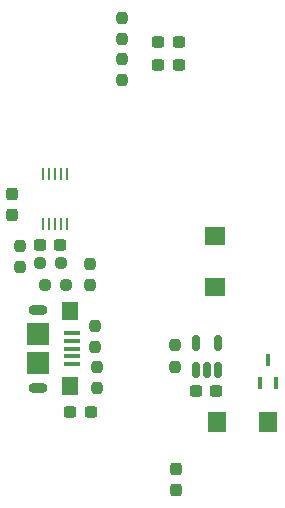
<source format=gbr>
%TF.GenerationSoftware,KiCad,Pcbnew,8.0.5*%
%TF.CreationDate,2025-04-10T23:54:11-07:00*%
%TF.ProjectId,ESP32,45535033-322e-46b6-9963-61645f706362,rev?*%
%TF.SameCoordinates,Original*%
%TF.FileFunction,Paste,Bot*%
%TF.FilePolarity,Positive*%
%FSLAX46Y46*%
G04 Gerber Fmt 4.6, Leading zero omitted, Abs format (unit mm)*
G04 Created by KiCad (PCBNEW 8.0.5) date 2025-04-10 23:54:11*
%MOMM*%
%LPD*%
G01*
G04 APERTURE LIST*
G04 Aperture macros list*
%AMRoundRect*
0 Rectangle with rounded corners*
0 $1 Rounding radius*
0 $2 $3 $4 $5 $6 $7 $8 $9 X,Y pos of 4 corners*
0 Add a 4 corners polygon primitive as box body*
4,1,4,$2,$3,$4,$5,$6,$7,$8,$9,$2,$3,0*
0 Add four circle primitives for the rounded corners*
1,1,$1+$1,$2,$3*
1,1,$1+$1,$4,$5*
1,1,$1+$1,$6,$7*
1,1,$1+$1,$8,$9*
0 Add four rect primitives between the rounded corners*
20,1,$1+$1,$2,$3,$4,$5,0*
20,1,$1+$1,$4,$5,$6,$7,0*
20,1,$1+$1,$6,$7,$8,$9,0*
20,1,$1+$1,$8,$9,$2,$3,0*%
G04 Aperture macros list end*
%ADD10RoundRect,0.237500X-0.300000X-0.237500X0.300000X-0.237500X0.300000X0.237500X-0.300000X0.237500X0*%
%ADD11RoundRect,0.237500X0.237500X-0.250000X0.237500X0.250000X-0.237500X0.250000X-0.237500X-0.250000X0*%
%ADD12RoundRect,0.237500X-0.237500X0.250000X-0.237500X-0.250000X0.237500X-0.250000X0.237500X0.250000X0*%
%ADD13RoundRect,0.237500X0.300000X0.237500X-0.300000X0.237500X-0.300000X-0.237500X0.300000X-0.237500X0*%
%ADD14RoundRect,0.237500X0.237500X-0.300000X0.237500X0.300000X-0.237500X0.300000X-0.237500X-0.300000X0*%
%ADD15RoundRect,0.237500X0.250000X0.237500X-0.250000X0.237500X-0.250000X-0.237500X0.250000X-0.237500X0*%
%ADD16R,0.457200X1.117600*%
%ADD17RoundRect,0.237500X-0.237500X0.300000X-0.237500X-0.300000X0.237500X-0.300000X0.237500X0.300000X0*%
%ADD18O,0.249999X1.150000*%
%ADD19R,1.346200X0.406400*%
%ADD20R,1.397000X1.600200*%
%ADD21R,1.905000X1.905000*%
%ADD22O,1.600200X0.889000*%
%ADD23RoundRect,0.150000X0.150000X-0.512500X0.150000X0.512500X-0.150000X0.512500X-0.150000X-0.512500X0*%
%ADD24R,1.651000X1.574800*%
%ADD25R,1.574800X1.651000*%
G04 APERTURE END LIST*
D10*
%TO.C,C4*%
X124817500Y-112630000D03*
X126542500Y-112630000D03*
%TD*%
%TO.C,C5*%
X124837500Y-114650000D03*
X126562500Y-114650000D03*
%TD*%
D11*
%TO.C,R4*%
X121750000Y-115912500D03*
X121750000Y-114087500D03*
%TD*%
D12*
%TO.C,R5*%
X119030000Y-131445000D03*
X119030000Y-133270000D03*
%TD*%
D11*
%TO.C,R10*%
X113075000Y-131737500D03*
X113075000Y-129912500D03*
%TD*%
%TO.C,R2*%
X121750000Y-112412500D03*
X121750000Y-110587500D03*
%TD*%
D12*
%TO.C,R17*%
X119600000Y-141965000D03*
X119600000Y-140140000D03*
%TD*%
D11*
%TO.C,R18*%
X126244996Y-140155000D03*
X126244996Y-138330000D03*
%TD*%
D13*
%TO.C,C10*%
X116520000Y-129840000D03*
X114795000Y-129840000D03*
%TD*%
D14*
%TO.C,C8*%
X126340000Y-150552500D03*
X126340000Y-148827500D03*
%TD*%
D15*
%TO.C,R8*%
X116612500Y-131400000D03*
X114787500Y-131400000D03*
%TD*%
D11*
%TO.C,R19*%
X119494996Y-138505000D03*
X119494996Y-136680000D03*
%TD*%
D16*
%TO.C,Q1*%
X134750400Y-141530400D03*
X133429600Y-141530400D03*
X134090000Y-139600000D03*
%TD*%
D15*
%TO.C,R1*%
X115217500Y-133250000D03*
X117042500Y-133250000D03*
%TD*%
D17*
%TO.C,C9*%
X112470000Y-127292500D03*
X112470000Y-125567500D03*
%TD*%
D13*
%TO.C,C12*%
X129732500Y-142170000D03*
X128007500Y-142170000D03*
%TD*%
D10*
%TO.C,C13*%
X119112500Y-143980000D03*
X117387500Y-143980000D03*
%TD*%
D18*
%TO.C,U5*%
X117100000Y-123830000D03*
X116600001Y-123830000D03*
X116099999Y-123830000D03*
X115600000Y-123830000D03*
X115099998Y-123830000D03*
X115099998Y-128080000D03*
X115600000Y-128080000D03*
X116099999Y-128080000D03*
X116600001Y-128080000D03*
X117100000Y-128080000D03*
%TD*%
D19*
%TO.C,J5*%
X117549997Y-139920400D03*
X117549997Y-139270399D03*
X117549997Y-138620400D03*
X117549997Y-137970401D03*
X117549997Y-137320400D03*
D20*
X117324996Y-141820401D03*
X117324996Y-135420399D03*
D21*
X114674997Y-139820400D03*
X114674997Y-137420400D03*
D22*
X114674997Y-141920398D03*
X114674997Y-135320402D03*
%TD*%
D23*
%TO.C,U6*%
X129910000Y-140390000D03*
X128960000Y-140390000D03*
X128010000Y-140390000D03*
X128010000Y-138115000D03*
X129910000Y-138115000D03*
%TD*%
D24*
%TO.C,D6*%
X129610000Y-133409000D03*
X129610000Y-129091000D03*
%TD*%
D25*
%TO.C,D1*%
X134089000Y-144810000D03*
X129771000Y-144810000D03*
%TD*%
M02*

</source>
